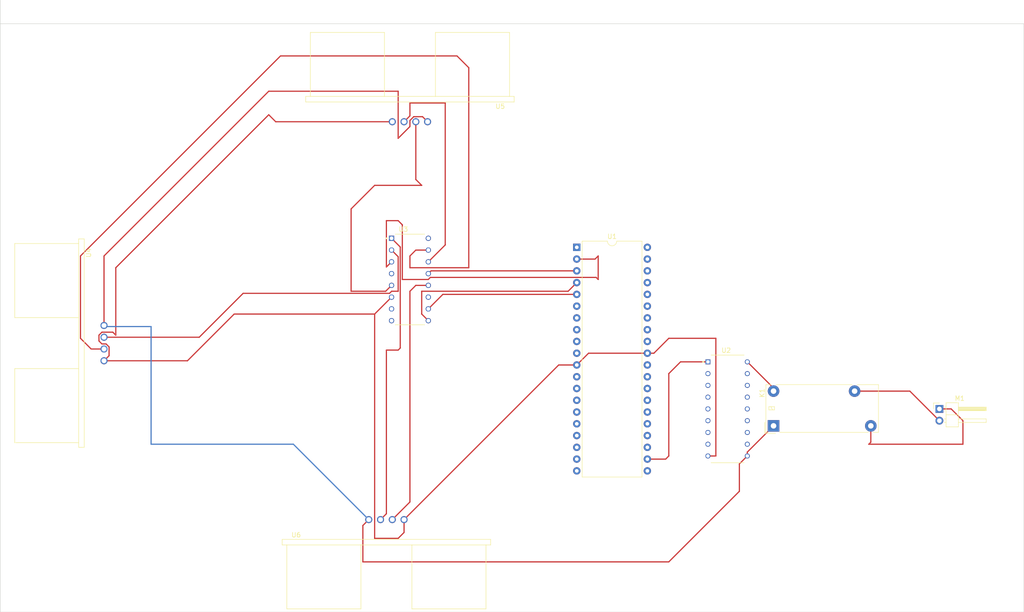
<source format=kicad_pcb>
(kicad_pcb (version 20211014) (generator pcbnew)
  (layers (0 "F.Cu" signal) (31 "B.Cu" signal) (34 "B.Paste" user) (35 "F.Paste" user) (36 "B.SilkS" user "B.Silkscreen") (37 "F.SilkS" user "F.Silkscreen") (38 "B.Mask" user) (39 "F.Mask" user) (44 "Edge.Cuts" user))
  (net 0 "")
  (net 1 "+12V")
  (net 2 "Net-(K1-Pad3)")
  (net 3 "AC")
  (net 4 "Net-(K1-Pad6)")
  (net 6 "Net-(U1-Pad2)")
  (net 7 "Net-(U1-Pad3)")
  (net 8 "Net-(U1-Pad4)")
  (net 9 "Net-(U1-Pad5)")
  (net 15 "Earth")
  (net 26 "Net-(U1-Pad22)")
  (net 58 "Net-(U3-Pad1)")
  (net 59 "Net-(U3-Pad2)")
  (net 61 "Net-(U3-Pad5)")
  (net 65 "Net-(U3-Pad12)")
  (net 66 "Net-(U3-Pad14)")
  (net 67 "Net-(U3-Pad15)")
  (footprint "HCSR:XCVR_HC-SR04" (layer "F.Cu") (at 126.545 49.09 180)
    (fp_text reference "U5" (at -19.48505 3.31671) (layer "F.SilkS") (effects (font (size 1.00052 1.00052))))
    (fp_text value "HC-SR04")
    (fp_line (start -5.5 5.47) (end -21.5 5.47) (layer "F.SilkS") (width 0.127))
    (fp_line (start 5.5 5.47) (end -5.5 5.47) (layer "F.SilkS") (width 0.127))
    (fp_line (start 21.5 5.47) (end 5.5 5.47) (layer "F.SilkS") (width 0.127))
    (fp_line (start -22.5 4.27) (end 22.5 4.27) (layer "F.SilkS") (width 0.127))
    (fp_line (start 22.5 4.27) (end 22.5 5.47) (layer "F.SilkS") (width 0.127))
    (fp_line (start 22.5 5.47) (end 21.5 5.47) (layer "F.SilkS") (width 0.127))
    (fp_line (start 5.5 19.27) (end 21.5 19.27) (layer "F.SilkS") (width 0.127))
    (fp_line (start 21.5 5.47) (end 21.5 19.27) (layer "F.SilkS") (width 0.127))
    (fp_line (start -22.5 5.47) (end -22.5 4.27) (layer "F.SilkS") (width 0.127))
    (fp_line (start -5.5 5.47) (end -5.5 19.27) (layer "F.SilkS") (width 0.127))
    (fp_line (start -21.5 19.27) (end -5.5 19.27) (layer "F.SilkS") (width 0.127))
    (fp_line (start -21.5 5.47) (end -22.5 5.47) (layer "F.SilkS") (width 0.127))
    (fp_line (start -21.5 5.47) (end -21.5 19.27) (layer "F.SilkS") (width 0.127))
    (fp_line (start 5.5 5.47) (end 5.5 19.27) (layer "F.SilkS") (width 0.127))
    (pad "1" thru_hole circle locked (at -3.81 0 180) (size 1.53 1.53) (drill 1.02) (layers *.Cu *.Mask) (net 1 "+12V"))
    (pad "2" thru_hole circle locked (at -1.27 0 180) (size 1.53 1.53) (drill 1.02) (layers *.Cu *.Mask) (net 61 "Net-(U3-Pad5)"))
    (pad "3" thru_hole circle locked (at 1.27 0 180) (size 1.53 1.53) (drill 1.02) (layers *.Cu *.Mask) (net 66 "Net-(U3-Pad14)"))
    (pad "4" thru_hole circle locked (at 3.81 0 180) (size 1.53 1.53) (drill 1.02) (layers *.Cu *.Mask) (net 15 "Earth"))
  )
  (footprint "ULN:DIP850W46P254L2324H393Q18" (layer "F.Cu") (at 195.125 111.085)
    (fp_text reference "U2" (at -0.31 -12.632) (layer "F.SilkS"))
    (fp_text value "ULN2803A")
    (fp_line (start -3.55 11.62) (end 3.55 11.62) (layer "F.SilkS") (width 0.127))
    (fp_line (start -3.55 -11.62) (end 3.55 -11.62) (layer "F.SilkS") (width 0.127))
    (fp_circle (center -5.285 -10.16) (end -5.185 -10.16) (layer "F.SilkS") (width 0.2) (fill none))
    (pad "1" thru_hole rect locked (at -4.25 -10.16) (size 1.07 1.07) (drill 0.72) (layers *.Cu *.Mask) (net 26 "Net-(U1-Pad22)"))
    (pad "2" thru_hole circle locked (at -4.25 -7.62) (size 1.07 1.07) (drill 0.72) (layers *.Cu *.Mask))
    (pad "3" thru_hole circle locked (at -4.25 -5.08) (size 1.07 1.07) (drill 0.72) (layers *.Cu *.Mask))
    (pad "4" thru_hole circle locked (at -4.25 -2.54) (size 1.07 1.07) (drill 0.72) (layers *.Cu *.Mask))
    (pad "5" thru_hole circle locked (at -4.25 0) (size 1.07 1.07) (drill 0.72) (layers *.Cu *.Mask))
    (pad "6" thru_hole circle locked (at -4.25 2.54) (size 1.07 1.07) (drill 0.72) (layers *.Cu *.Mask))
    (pad "7" thru_hole circle locked (at -4.25 5.08) (size 1.07 1.07) (drill 0.72) (layers *.Cu *.Mask))
    (pad "8" thru_hole circle locked (at -4.25 7.62) (size 1.07 1.07) (drill 0.72) (layers *.Cu *.Mask))
    (pad "9" thru_hole circle locked (at -4.25 10.16) (size 1.07 1.07) (drill 0.72) (layers *.Cu *.Mask) (net 15 "Earth"))
    (pad "10" thru_hole circle locked (at 4.25 10.16) (size 1.07 1.07) (drill 0.72) (layers *.Cu *.Mask) (net 1 "+12V"))
    (pad "11" thru_hole circle locked (at 4.25 7.62) (size 1.07 1.07) (drill 0.72) (layers *.Cu *.Mask))
    (pad "12" thru_hole circle locked (at 4.25 5.08) (size 1.07 1.07) (drill 0.72) (layers *.Cu *.Mask))
    (pad "13" thru_hole circle locked (at 4.25 2.54) (size 1.07 1.07) (drill 0.72) (layers *.Cu *.Mask))
    (pad "14" thru_hole circle locked (at 4.25 0) (size 1.07 1.07) (drill 0.72) (layers *.Cu *.Mask))
    (pad "15" thru_hole circle locked (at 4.25 -2.54) (size 1.07 1.07) (drill 0.72) (layers *.Cu *.Mask))
    (pad "16" thru_hole circle locked (at 4.25 -5.08) (size 1.07 1.07) (drill 0.72) (layers *.Cu *.Mask))
    (pad "17" thru_hole circle locked (at 4.25 -7.62) (size 1.07 1.07) (drill 0.72) (layers *.Cu *.Mask))
    (pad "18" thru_hole circle locked (at 4.25 -10.16) (size 1.07 1.07) (drill 0.72) (layers *.Cu *.Mask) (net 4 "Net-(K1-Pad6)"))
  )
  (footprint "Package_DIP:DIP-40_W15.24mm" (layer "F.Cu") (at 162.56 76.2)
    (fp_text reference "U1" (at 7.62 -2.33) (layer "F.SilkS"))
    (fp_text value "ATmega32L-8P")
    (fp_line (start 14.08 49.59) (end 14.08 -1.33) (layer "F.SilkS") (width 0.12))
    (fp_line (start 6.62 -1.33) (end 1.16 -1.33) (layer "F.SilkS") (width 0.12))
    (fp_line (start 1.16 49.59) (end 14.08 49.59) (layer "F.SilkS") (width 0.12))
    (fp_line (start 1.16 -1.33) (end 1.16 49.59) (layer "F.SilkS") (width 0.12))
    (fp_line (start 14.08 -1.33) (end 8.62 -1.33) (layer "F.SilkS") (width 0.12))
    (fp_arc (start 8.62 -1.33) (mid 7.62 -0.33) (end 6.62 -1.33) (layer "F.SilkS") (width 0.12))
    (pad "1" thru_hole rect (at 0 0) (size 1.6 1.6) (drill 0.8) (layers *.Cu *.Mask))
    (pad "2" thru_hole oval (at 0 2.54) (size 1.6 1.6) (drill 0.8) (layers *.Cu *.Mask) (net 6 "Net-(U1-Pad2)"))
    (pad "3" thru_hole oval (at 0 5.08) (size 1.6 1.6) (drill 0.8) (layers *.Cu *.Mask) (net 7 "Net-(U1-Pad3)"))
    (pad "4" thru_hole oval (at 0 7.62) (size 1.6 1.6) (drill 0.8) (layers *.Cu *.Mask) (net 8 "Net-(U1-Pad4)"))
    (pad "5" thru_hole oval (at 0 10.16) (size 1.6 1.6) (drill 0.8) (layers *.Cu *.Mask) (net 9 "Net-(U1-Pad5)"))
    (pad "6" thru_hole oval (at 0 12.7) (size 1.6 1.6) (drill 0.8) (layers *.Cu *.Mask))
    (pad "7" thru_hole oval (at 0 15.24) (size 1.6 1.6) (drill 0.8) (layers *.Cu *.Mask))
    (pad "8" thru_hole oval (at 0 17.78) (size 1.6 1.6) (drill 0.8) (layers *.Cu *.Mask))
    (pad "9" thru_hole oval (at 0 20.32) (size 1.6 1.6) (drill 0.8) (layers *.Cu *.Mask))
    (pad "10" thru_hole oval (at 0 22.86) (size 1.6 1.6) (drill 0.8) (layers *.Cu *.Mask))
    (pad "11" thru_hole oval (at 0 25.4) (size 1.6 1.6) (drill 0.8) (layers *.Cu *.Mask) (net 15 "Earth"))
    (pad "12" thru_hole oval (at 0 27.94) (size 1.6 1.6) (drill 0.8) (layers *.Cu *.Mask))
    (pad "13" thru_hole oval (at 0 30.48) (size 1.6 1.6) (drill 0.8) (layers *.Cu *.Mask))
    (pad "14" thru_hole oval (at 0 33.02) (size 1.6 1.6) (drill 0.8) (layers *.Cu *.Mask))
    (pad "15" thru_hole oval (at 0 35.56) (size 1.6 1.6) (drill 0.8) (layers *.Cu *.Mask))
    (pad "16" thru_hole oval (at 0 38.1) (size 1.6 1.6) (drill 0.8) (layers *.Cu *.Mask))
    (pad "17" thru_hole oval (at 0 40.64) (size 1.6 1.6) (drill 0.8) (layers *.Cu *.Mask))
    (pad "18" thru_hole oval (at 0 43.18) (size 1.6 1.6) (drill 0.8) (layers *.Cu *.Mask))
    (pad "19" thru_hole oval (at 0 45.72) (size 1.6 1.6) (drill 0.8) (layers *.Cu *.Mask))
    (pad "20" thru_hole oval (at 0 48.26) (size 1.6 1.6) (drill 0.8) (layers *.Cu *.Mask))
    (pad "21" thru_hole oval (at 15.24 48.26) (size 1.6 1.6) (drill 0.8) (layers *.Cu *.Mask))
    (pad "22" thru_hole oval (at 15.24 45.72) (size 1.6 1.6) (drill 0.8) (layers *.Cu *.Mask) (net 26 "Net-(U1-Pad22)"))
    (pad "23" thru_hole oval (at 15.24 43.18) (size 1.6 1.6) (drill 0.8) (layers *.Cu *.Mask))
    (pad "24" thru_hole oval (at 15.24 40.64) (size 1.6 1.6) (drill 0.8) (layers *.Cu *.Mask))
    (pad "25" thru_hole oval (at 15.24 38.1) (size 1.6 1.6) (drill 0.8) (layers *.Cu *.Mask))
    (pad "26" thru_hole oval (at 15.24 35.56) (size 1.6 1.6) (drill 0.8) (layers *.Cu *.Mask))
    (pad "27" thru_hole oval (at 15.24 33.02) (size 1.6 1.6) (drill 0.8) (layers *.Cu *.Mask))
    (pad "28" thru_hole oval (at 15.24 30.48) (size 1.6 1.6) (drill 0.8) (layers *.Cu *.Mask))
    (pad "29" thru_hole oval (at 15.24 27.94) (size 1.6 1.6) (drill 0.8) (layers *.Cu *.Mask))
    (pad "30" thru_hole oval (at 15.24 25.4) (size 1.6 1.6) (drill 0.8) (layers *.Cu *.Mask))
    (pad "31" thru_hole oval (at 15.24 22.86) (size 1.6 1.6) (drill 0.8) (layers *.Cu *.Mask) (net 15 "Earth"))
    (pad "32" thru_hole oval (at 15.24 20.32) (size 1.6 1.6) (drill 0.8) (layers *.Cu *.Mask))
    (pad "33" thru_hole oval (at 15.24 17.78) (size 1.6 1.6) (drill 0.8) (layers *.Cu *.Mask))
    (pad "34" thru_hole oval (at 15.24 15.24) (size 1.6 1.6) (drill 0.8) (layers *.Cu *.Mask))
    (pad "35" thru_hole oval (at 15.24 12.7) (size 1.6 1.6) (drill 0.8) (layers *.Cu *.Mask))
    (pad "36" thru_hole oval (at 15.24 10.16) (size 1.6 1.6) (drill 0.8) (layers *.Cu *.Mask))
    (pad "37" thru_hole oval (at 15.24 7.62) (size 1.6 1.6) (drill 0.8) (layers *.Cu *.Mask))
    (pad "38" thru_hole oval (at 15.24 5.08) (size 1.6 1.6) (drill 0.8) (layers *.Cu *.Mask))
    (pad "39" thru_hole oval (at 15.24 2.54) (size 1.6 1.6) (drill 0.8) (layers *.Cu *.Mask))
    (pad "40" thru_hole oval (at 15.24 0) (size 1.6 1.6) (drill 0.8) (layers *.Cu *.Mask))
  )
  (footprint "Relay_THT:Relay_1P1T_NO_10x24x18.8mm_Panasonic_ADW11xxxxW_THT" (layer "F.Cu") (at 205.0375 114.7425 90)
    (fp_text reference "K1" (at 7.08 -2.46 90) (layer "F.SilkS"))
    (fp_text value "ADW11")
    (fp_line (start -1.4 -1.65) (end -1.4 -1.31) (layer "F.SilkS") (width 0.12))
    (fp_line (start -1.65 -1.9) (end 0.75 -1.9) (layer "F.SilkS") (width 0.12))
    (fp_line (start -1.4 22.65) (end -1.4 21.51) (layer "F.SilkS") (width 0.12))
    (fp_line (start -1.4 1.31) (end -1.4 20.49) (layer "F.SilkS") (width 0.12))
    (fp_line (start 8.9 -1.65) (end 8.9 -0.51) (layer "F.SilkS") (width 0.12))
    (fp_line (start 8.89 18.05) (end 8.9 22.65) (layer "F.SilkS") (width 0.12))
    (fp_line (start 3.45 -0.2) (end 4.15 -0.6) (layer "F.SilkS") (width 0.12))
    (fp_line (start 4.15 0.2) (end 4.15 -1) (layer "F.SilkS") (width 0.12))
    (fp_line (start 8.9 22.65) (end -1.4 22.65) (layer "F.SilkS") (width 0.12))
    (fp_line (start 8.9 -1.65) (end -1.4 -1.65) (layer "F.SilkS") (width 0.12))
    (fp_line (start 3.45 0.2) (end 4.15 0.2) (layer "F.SilkS") (width 0.12))
    (fp_line (start -1.65 0.44) (end -1.65 -1.9) (layer "F.SilkS") (width 0.12))
    (fp_line (start 8.9 0.51) (end 8.9 16.99) (layer "F.SilkS") (width 0.12))
    (fp_line (start 4.15 -1) (end 3.45 -1) (layer "F.SilkS") (width 0.12))
    (fp_line (start 3.45 -1) (end 3.45 0.2) (layer "F.SilkS") (width 0.12))
    (pad "1" thru_hole rect (at 0 0 90) (size 2.5 2.5) (drill 1.2) (layers *.Cu *.Mask) (net 1 "+12V"))
    (pad "3" thru_hole oval (at 0 21 90) (size 2.5 2.5) (drill 1.2) (layers *.Cu *.Mask) (net 2 "Net-(K1-Pad3)"))
    (pad "5" thru_hole oval (at 7.5 17.5 90) (size 2.5 2.5) (drill 1.2) (layers *.Cu *.Mask) (net 3 "AC"))
    (pad "6" thru_hole oval (at 7.5 0 90) (size 2.5 2.5) (drill 1.2) (layers *.Cu *.Mask) (net 4 "Net-(K1-Pad6)"))
  )
  (footprint "HCSR:XCVR_HC-SR04" (layer "F.Cu") (at 121.465 134.98)
    (fp_text reference "U6" (at -19.48505 3.31671) (layer "F.SilkS") (effects (font (size 1.00052 1.00052))))
    (fp_text value "HC-SR04")
    (fp_line (start 5.5 5.47) (end 5.5 19.27) (layer "F.SilkS") (width 0.127))
    (fp_line (start -21.5 5.47) (end -21.5 19.27) (layer "F.SilkS") (width 0.127))
    (fp_line (start 5.5 5.47) (end -5.5 5.47) (layer "F.SilkS") (width 0.127))
    (fp_line (start -5.5 5.47) (end -5.5 19.27) (layer "F.SilkS") (width 0.127))
    (fp_line (start 21.5 5.47) (end 21.5 19.27) (layer "F.SilkS") (width 0.127))
    (fp_line (start -21.5 5.47) (end -22.5 5.47) (layer "F.SilkS") (width 0.127))
    (fp_line (start -22.5 5.47) (end -22.5 4.27) (layer "F.SilkS") (width 0.127))
    (fp_line (start 5.5 19.27) (end 21.5 19.27) (layer "F.SilkS") (width 0.127))
    (fp_line (start -5.5 5.47) (end -21.5 5.47) (layer "F.SilkS") (width 0.127))
    (fp_line (start -21.5 19.27) (end -5.5 19.27) (layer "F.SilkS") (width 0.127))
    (fp_line (start 22.5 5.47) (end 21.5 5.47) (layer "F.SilkS") (width 0.127))
    (fp_line (start 22.5 4.27) (end 22.5 5.47) (layer "F.SilkS") (width 0.127))
    (fp_line (start 21.5 5.47) (end 5.5 5.47) (layer "F.SilkS") (width 0.127))
    (fp_line (start -22.5 4.27) (end 22.5 4.27) (layer "F.SilkS") (width 0.127))
    (pad "1" thru_hole circle locked (at -3.81 0) (size 1.53 1.53) (drill 1.02) (layers *.Cu *.Mask) (net 1 "+12V"))
    (pad "2" thru_hole circle locked (at -1.27 0) (size 1.53 1.53) (drill 1.02) (layers *.Cu *.Mask) (net 58 "Net-(U3-Pad1)"))
    (pad "3" thru_hole circle locked (at 1.27 0) (size 1.53 1.53) (drill 1.02) (layers *.Cu *.Mask) (net 65 "Net-(U3-Pad12)"))
    (pad "4" thru_hole circle locked (at 3.81 0) (size 1.53 1.53) (drill 1.02) (layers *.Cu *.Mask) (net 15 "Earth"))
  )
  (footprint "4052:DIP794W45P254L1969H508Q16" (layer "F.Cu") (at 126.545 83.145)
    (fp_text reference "U3" (at -1.425 -10.835) (layer "F.SilkS"))
    (fp_text value "CD4052B")
    (fp_line (start -3.175 9.775) (end 3.175 9.775) (layer "F.SilkS") (width 0.127))
    (fp_line (start -3.175 -9.775) (end 3.175 -9.775) (layer "F.SilkS") (width 0.127))
    (fp_circle (center -5.035 -8.89) (end -4.935 -8.89) (layer "F.SilkS") (width 0.2) (fill none))
    (pad "1" thru_hole rect locked (at -3.97 -8.89) (size 1.13 1.13) (drill 0.78) (layers *.Cu *.Mask) (net 58 "Net-(U3-Pad1)"))
    (pad "2" thru_hole circle locked (at -3.97 -6.35) (size 1.13 1.13) (drill 0.78) (layers *.Cu *.Mask) (net 59 "Net-(U3-Pad2)"))
    (pad "3" thru_hole circle locked (at -3.97 -3.81) (size 1.13 1.13) (drill 0.78) (layers *.Cu *.Mask) (net 6 "Net-(U1-Pad2)"))
    (pad "4" thru_hole circle locked (at -3.97 -1.27) (size 1.13 1.13) (drill 0.78) (layers *.Cu *.Mask))
    (pad "5" thru_hole circle locked (at -3.97 1.27) (size 1.13 1.13) (drill 0.78) (layers *.Cu *.Mask) (net 61 "Net-(U3-Pad5)"))
    (pad "6" thru_hole circle locked (at -3.97 3.81) (size 1.13 1.13) (drill 0.78) (layers *.Cu *.Mask) (net 15 "Earth"))
    (pad "7" thru_hole circle locked (at -3.97 6.35) (size 1.13 1.13) (drill 0.78) (layers *.Cu *.Mask))
    (pad "8" thru_hole circle locked (at -3.97 8.89) (size 1.13 1.13) (drill 0.78) (layers *.Cu *.Mask))
    (pad "9" thru_hole circle locked (at 3.97 8.89) (size 1.13 1.13) (drill 0.78) (layers *.Cu *.Mask) (net 8 "Net-(U1-Pad4)"))
    (pad "10" thru_hole circle locked (at 3.97 6.35) (size 1.13 1.13) (drill 0.78) (layers *.Cu *.Mask) (net 9 "Net-(U1-Pad5)"))
    (pad "11" thru_hole circle locked (at 3.97 3.81) (size 1.13 1.13) (drill 0.78) (layers *.Cu *.Mask))
    (pad "12" thru_hole circle locked (at 3.97 1.27) (size 1.13 1.13) (drill 0.78) (layers *.Cu *.Mask) (net 65 "Net-(U3-Pad12)"))
    (pad "13" thru_hole circle locked (at 3.97 -1.27) (size 1.13 1.13) (drill 0.78) (layers *.Cu *.Mask) (net 7 "Net-(U1-Pad3)"))
    (pad "14" thru_hole circle locked (at 3.97 -3.81) (size 1.13 1.13) (drill 0.78) (layers *.Cu *.Mask) (net 66 "Net-(U3-Pad14)"))
    (pad "15" thru_hole circle locked (at 3.97 -6.35) (size 1.13 1.13) (drill 0.78) (layers *.Cu *.Mask) (net 67 "Net-(U3-Pad15)"))
    (pad "16" thru_hole circle locked (at 3.97 -8.89) (size 1.13 1.13) (drill 0.78) (layers *.Cu *.Mask))
  )
  (footprint "HCSR:XCVR_HC-SR04" (layer "F.Cu") (at 60.505 96.88 -90)
    (fp_text reference "U4" (at -19.48505 3.31671 90) (layer "F.SilkS") (effects (font (size 1.00052 1.00052))))
    (fp_text value "HC-SR04")
    (fp_line (start 22.5 5.47) (end 21.5 5.47) (layer "F.SilkS") (width 0.127))
    (fp_line (start -22.5 5.47) (end -22.5 4.27) (layer "F.SilkS") (width 0.127))
    (fp_line (start 21.5 5.47) (end 5.5 5.47) (layer "F.SilkS") (width 0.127))
    (fp_line (start -5.5 5.47) (end -5.5 19.27) (layer "F.SilkS") (width 0.127))
    (fp_line (start -21.5 5.47) (end -22.5 5.47) (layer "F.SilkS") (width 0.127))
    (fp_line (start -21.5 19.27) (end -5.5 19.27) (layer "F.SilkS") (width 0.127))
    (fp_line (start 5.5 19.27) (end 21.5 19.27) (layer "F.SilkS") (width 0.127))
    (fp_line (start 5.5 5.47) (end -5.5 5.47) (layer "F.SilkS") (width 0.127))
    (fp_line (start 5.5 5.47) (end 5.5 19.27) (layer "F.SilkS") (width 0.127))
    (fp_line (start -21.5 5.47) (end -21.5 19.27) (layer "F.SilkS") (width 0.127))
    (fp_line (start -22.5 4.27) (end 22.5 4.27) (layer "F.SilkS") (width 0.127))
    (fp_line (start -5.5 5.47) (end -21.5 5.47) (layer "F.SilkS") (width 0.127))
    (fp_line (start 22.5 4.27) (end 22.5 5.47) (layer "F.SilkS") (width 0.127))
    (fp_line (start 21.5 5.47) (end 21.5 19.27) (layer "F.SilkS") (width 0.127))
    (pad "1" thru_hole circle locked (at -3.81 0 270) (size 1.53 1.53) (drill 1.02) (layers *.Cu *.Mask) (net 1 "+12V"))
    (pad "2" thru_hole circle locked (at -1.27 0 270) (size 1.53 1.53) (drill 1.02) (layers *.Cu *.Mask) (net 59 "Net-(U3-Pad2)"))
    (pad "3" thru_hole circle locked (at 1.27 0 270) (size 1.53 1.53) (drill 1.02) (layers *.Cu *.Mask) (net 67 "Net-(U3-Pad15)"))
    (pad "4" thru_hole circle locked (at 3.81 0 270) (size 1.53 1.53) (drill 1.02) (layers *.Cu *.Mask) (net 15 "Earth"))
  )
  (footprint "Connector_PinHeader_2.54mm:PinHeader_1x02_P2.54mm_Horizontal" (layer "F.Cu") (at 240.845 111.085)
    (fp_text reference "M1" (at 4.385 -2.27) (layer "F.SilkS"))
    (fp_text value "Motor_AC")
    (fp_line (start 4.1 -0.32) (end 10.1 -0.32) (layer "F.SilkS") (width 0.12))
    (fp_line (start 4.1 3.87) (end 4.1 -1.33) (layer "F.SilkS") (width 0.12))
    (fp_line (start 1.11 -0.38) (end 1.44 -0.38) (layer "F.SilkS") (width 0.12))
    (fp_line (start 4.1 -0.2) (end 10.1 -0.2) (layer "F.SilkS") (width 0.12))
    (fp_line (start 4.1 -0.38) (end 10.1 -0.38) (layer "F.SilkS") (width 0.12))
    (fp_line (start 4.1 -1.33) (end 1.44 -1.33) (layer "F.SilkS") (width 0.12))
    (fp_line (start -1.27 -1.27) (end 0 -1.27) (layer "F.SilkS") (width 0.12))
    (fp_line (start 4.1 2.16) (end 10.1 2.16) (layer "F.SilkS") (width 0.12))
    (fp_line (start 10.1 -0.38) (end 10.1 0.38) (layer "F.SilkS") (width 0.12))
    (fp_line (start 10.1 2.16) (end 10.1 2.92) (layer "F.SilkS") (width 0.12))
    (fp_line (start 10.1 0.38) (end 4.1 0.38) (layer "F.SilkS") (width 0.12))
    (fp_line (start 1.44 1.27) (end 4.1 1.27) (layer "F.SilkS") (width 0.12))
    (fp_line (start 4.1 0.28) (end 10.1 0.28) (layer "F.SilkS") (width 0.12))
    (fp_line (start 1.042929 2.16) (end 1.44 2.16) (layer "F.SilkS") (width 0.12))
    (fp_line (start 10.1 2.92) (end 4.1 2.92) (layer "F.SilkS") (width 0.12))
    (fp_line (start 1.11 0.38) (end 1.44 0.38) (layer "F.SilkS") (width 0.12))
    (fp_line (start 4.1 -0.08) (end 10.1 -0.08) (layer "F.SilkS") (width 0.12))
    (fp_line (start 1.44 -1.33) (end 1.44 3.87) (layer "F.SilkS") (width 0.12))
    (fp_line (start -1.27 0) (end -1.27 -1.27) (layer "F.SilkS") (width 0.12))
    (fp_line (start 4.1 0.04) (end 10.1 0.04) (layer "F.SilkS") (width 0.12))
    (fp_line (start 1.44 3.87) (end 4.1 3.87) (layer "F.SilkS") (width 0.12))
    (fp_line (start 1.042929 2.92) (end 1.44 2.92) (layer "F.SilkS") (width 0.12))
    (fp_line (start 4.1 0.16) (end 10.1 0.16) (layer "F.SilkS") (width 0.12))
    (pad "1" thru_hole rect (at 0 0) (size 1.7 1.7) (drill 1) (layers *.Cu *.Mask) (net 2 "Net-(K1-Pad3)"))
    (pad "2" thru_hole oval (at 0 2.54) (size 1.7 1.7) (drill 1) (layers *.Cu *.Mask) (net 3 "AC"))
  )
  (gr_line (start 38.1 154.94) (end 259.08 154.94) (layer "Edge.Cuts") (width 0.1))
  (gr_line (start 259.08 154.94) (end 259.08 27.94) (layer "Edge.Cuts") (width 0.1))
  (gr_line (start 259.08 27.94) (end 38.1 27.94) (layer "Edge.Cuts") (width 0.1))
  (gr_line (start 38.1 22.86) (end 38.1 154.94) (layer "Edge.Cuts") (width 0.1))
  (segment (start 182.425 144.105) (end 116.385 144.105) (width 0.25) (layer "F.Cu") (net 1))
  (segment (start 197.665 128.865) (end 182.425 144.105) (width 0.25) (layer "F.Cu") (net 1))
  (segment (start 129.265489 48.000489) (end 127.363709 48.000489) (width 0.25) (layer "F.Cu") (net 1))
  (segment (start 199.375 121.245) (end 197.665 122.955) (width 0.25) (layer "F.Cu") (net 1))
  (segment (start 197.665 122.955) (end 197.665 128.865) (width 0.25) (layer "F.Cu") (net 1))
  (segment (start 127.363709 48.000489) (end 126.545 48.819198) (width 0.25) (layer "F.Cu") (net 1))
  (segment (start 199.375 120.405) (end 199.375 121.245) (width 0.25) (layer "F.Cu") (net 1))
  (segment (start 126.545 50.125) (end 124.005 52.665) (width 0.25) (layer "F.Cu") (net 1))
  (segment (start 130.355 49.09) (end 129.265489 48.000489) (width 0.25) (layer "F.Cu") (net 1))
  (segment (start 116.385 144.105) (end 116.385 136.25) (width 0.25) (layer "F.Cu") (net 1))
  (segment (start 124.005 42.505) (end 124.005 52.665) (width 0.25) (layer "F.Cu") (net 1))
  (segment (start 60.505 78.065) (end 96.065 42.505) (width 0.25) (layer "F.Cu") (net 1))
  (segment (start 205.0375 114.7425) (end 199.375 120.405) (width 0.25) (layer "F.Cu") (net 1))
  (segment (start 96.065 42.505) (end 124.005 42.505) (width 0.25) (layer "F.Cu") (net 1))
  (segment (start 116.385 136.25) (end 117.655 134.98) (width 0.25) (layer "F.Cu") (net 1))
  (segment (start 60.505 93.07) (end 60.505 78.065) (width 0.25) (layer "F.Cu") (net 1))
  (segment (start 126.545 48.819198) (end 126.545 50.125) (width 0.25) (layer "F.Cu") (net 1))
  (segment (start 60.505 93.305) (end 60.505 93.07) (width 0.25) (layer "B.Cu") (net 1))
  (segment (start 117.655 134.98) (end 101.38 118.705) (width 0.25) (layer "B.Cu") (net 1))
  (segment (start 101.38 118.705) (end 70.665 118.705) (width 0.25) (layer "B.Cu") (net 1))
  (segment (start 70.665 93.305) (end 60.505 93.305) (width 0.25) (layer "B.Cu") (net 1))
  (segment (start 70.665 118.705) (end 70.665 93.305) (width 0.25) (layer "B.Cu") (net 1))
  (segment (start 225.605 118.705) (end 245.925 118.705) (width 0.25) (layer "F.Cu") (net 2))
  (segment (start 226.0375 114.7425) (end 226.0375 118.2725) (width 0.25) (layer "F.Cu") (net 2))
  (segment (start 245.925 113.625) (end 243.385 111.085) (width 0.25) (layer "F.Cu") (net 2))
  (segment (start 245.925 118.705) (end 245.925 113.625) (width 0.25) (layer "F.Cu") (net 2))
  (segment (start 226.0375 118.2725) (end 225.605 118.705) (width 0.25) (layer "F.Cu") (net 2))
  (segment (start 243.385 111.085) (end 240.845 111.085) (width 0.25) (layer "F.Cu") (net 2))
  (segment (start 240.845 113.625) (end 234.4625 107.2425) (width 0.25) (layer "F.Cu") (net 3))
  (segment (start 234.4625 107.2425) (end 222.5375 107.2425) (width 0.25) (layer "F.Cu") (net 3))
  (segment (start 199.375 100.925) (end 205.0375 106.5875) (width 0.25) (layer "F.Cu") (net 4))
  (segment (start 205.0375 106.5875) (end 205.0375 107.2425) (width 0.25) (layer "F.Cu") (net 4))
  (segment (start 121.465 70.445) (end 121.465 80.445) (width 0.25) (layer "F.Cu") (net 6))
  (segment (start 124.90404 83.145) (end 124.90404 71.34404) (width 0.25) (layer "F.Cu") (net 6))
  (segment (start 162.56 78.74) (end 166.51 78.74) (width 0.25) (layer "F.Cu") (net 6))
  (segment (start 167.185 78.065) (end 167.185 83.145) (width 0.25) (layer "F.Cu") (net 6))
  (segment (start 166.51 78.74) (end 167.185 78.065) (width 0.25) (layer "F.Cu") (net 6))
  (segment (start 124.005 70.445) (end 121.465 70.445) (width 0.25) (layer "F.Cu") (net 6))
  (segment (start 121.465 80.445) (end 122.575 79.335) (width 0.25) (layer "F.Cu") (net 6))
  (segment (start 130.50296 83.145) (end 124.90404 83.145) (width 0.25) (layer "F.Cu") (net 6))
  (segment (start 124.90404 71.34404) (end 124.005 70.445) (width 0.25) (layer "F.Cu") (net 6))
  (segment (start 130.952471 82.695489) (end 130.50296 83.145) (width 0.25) (layer "F.Cu") (net 6))
  (segment (start 166.735489 82.695489) (end 130.952471 82.695489) (width 0.25) (layer "F.Cu") (net 6))
  (segment (start 167.185 83.145) (end 166.735489 82.695489) (width 0.25) (layer "F.Cu") (net 6))
  (segment (start 131.11 81.28) (end 130.515 81.875) (width 0.25) (layer "F.Cu") (net 7))
  (segment (start 162.56 81.28) (end 131.11 81.28) (width 0.25) (layer "F.Cu") (net 7))
  (segment (start 160.695 85.685) (end 129.085 85.685) (width 0.25) (layer "F.Cu") (net 8))
  (segment (start 129.085 85.685) (end 129.085 90.605) (width 0.25) (layer "F.Cu") (net 8))
  (segment (start 162.56 83.82) (end 160.695 85.685) (width 0.25) (layer "F.Cu") (net 8))
  (segment (start 129.085 90.605) (end 130.515 92.035) (width 0.25) (layer "F.Cu") (net 8))
  (segment (start 133.65 86.36) (end 130.515 89.495) (width 0.25) (layer "F.Cu") (net 9))
  (segment (start 162.56 86.36) (end 133.65 86.36) (width 0.25) (layer "F.Cu") (net 9))
  (segment (start 122.735 49.09) (end 97.57 49.09) (width 0.25) (layer "F.Cu") (net 15))
  (segment (start 182.425 95.845) (end 179.21 99.06) (width 0.25) (layer "F.Cu") (net 15))
  (segment (start 59.415489 96.422269) (end 60.053709 97.060489) (width 0.25) (layer "F.Cu") (net 15))
  (segment (start 179.21 99.06) (end 177.8 99.06) (width 0.25) (layer "F.Cu") (net 15))
  (segment (start 78.52 100.69) (end 60.505 100.69) (width 0.25) (layer "F.Cu") (net 15))
  (segment (start 192.585 121.245) (end 192.585 95.845) (width 0.25) (layer "F.Cu") (net 15))
  (segment (start 62.405009 94.520489) (end 60.053709 94.520489) (width 0.25) (layer "F.Cu") (net 15))
  (segment (start 88.605 90.605) (end 78.52 100.69) (width 0.25) (layer "F.Cu") (net 15))
  (segment (start 165.1 99.06) (end 162.56 101.6) (width 0.25) (layer "F.Cu") (net 15))
  (segment (start 158.655 101.6) (end 125.275 134.98) (width 0.25) (layer "F.Cu") (net 15))
  (segment (start 118.925 139.025) (end 118.925 90.605) (width 0.25) (layer "F.Cu") (net 15))
  (segment (start 60.053709 97.060489) (end 60.956291 97.060489) (width 0.25) (layer "F.Cu") (net 15))
  (segment (start 162.56 101.6) (end 158.655 101.6) (width 0.25) (layer "F.Cu") (net 15))
  (segment (start 97.57 49.09) (end 96.065 47.585) (width 0.25) (layer "F.Cu") (net 15))
  (segment (start 59.415489 95.158709) (end 59.415489 96.422269) (width 0.25) (layer "F.Cu") (net 15))
  (segment (start 60.956291 97.060489) (end 61.594511 97.698709) (width 0.25) (layer "F.Cu") (net 15))
  (segment (start 63.045 80.605) (end 63.045 95.16048) (width 0.25) (layer "F.Cu") (net 15))
  (segment (start 61.594511 99.600489) (end 60.505 100.69) (width 0.25) (layer "F.Cu") (net 15))
  (segment (start 118.925 90.605) (end 122.575 86.955) (width 0.25) (layer "F.Cu") (net 15))
  (segment (start 63.045 95.16048) (end 62.405009 94.520489) (width 0.25) (layer "F.Cu") (net 15))
  (segment (start 190.875 121.245) (end 192.585 121.245) (width 0.25) (layer "F.Cu") (net 15))
  (segment (start 192.585 95.845) (end 182.425 95.845) (width 0.25) (layer "F.Cu") (net 15))
  (segment (start 124.005 139.025) (end 118.925 139.025) (width 0.25) (layer "F.Cu") (net 15))
  (segment (start 177.8 99.06) (end 165.1 99.06) (width 0.25) (layer "F.Cu") (net 15))
  (segment (start 118.925 90.605) (end 88.605 90.605) (width 0.25) (layer "F.Cu") (net 15))
  (segment (start 125.275 137.755) (end 124.005 139.025) (width 0.25) (layer "F.Cu") (net 15))
  (segment (start 96.065 47.585) (end 63.045 80.605) (width 0.25) (layer "F.Cu") (net 15))
  (segment (start 60.053709 94.520489) (end 59.415489 95.158709) (width 0.25) (layer "F.Cu") (net 15))
  (segment (start 61.594511 97.698709) (end 61.594511 99.600489) (width 0.25) (layer "F.Cu") (net 15))
  (segment (start 125.275 134.98) (end 125.275 137.755) (width 0.25) (layer "F.Cu") (net 15))
  (segment (start 184.965 100.925) (end 182.425 103.465) (width 0.25) (layer "F.Cu") (net 26))
  (segment (start 190.875 100.925) (end 184.965 100.925) (width 0.25) (layer "F.Cu") (net 26))
  (segment (start 181.75 121.92) (end 177.8 121.92) (width 0.25) (layer "F.Cu") (net 26))
  (segment (start 182.425 103.465) (end 182.425 121.245) (width 0.25) (layer "F.Cu") (net 26))
  (segment (start 182.425 121.245) (end 181.75 121.92) (width 0.25) (layer "F.Cu") (net 26))
  (segment (start 121.465 98.385) (end 124.005 98.385) (width 0.25) (layer "F.Cu") (net 58))
  (segment (start 124.005 98.385) (end 124.45452 97.93548) (width 0.25) (layer "F.Cu") (net 58))
  (segment (start 124.45452 76.13452) (end 122.575 74.255) (width 0.25) (layer "F.Cu") (net 58))
  (segment (start 124.45452 97.93548) (end 124.45452 76.13452) (width 0.25) (layer "F.Cu") (net 58))
  (segment (start 120.195 134.98) (end 121.465 133.71) (width 0.25) (layer "F.Cu") (net 58))
  (segment (start 121.465 133.71) (end 121.465 98.385) (width 0.25) (layer "F.Cu") (net 58))
  (segment (start 60.505 95.61) (end 81.06 95.61) (width 0.25) (layer "F.Cu") (net 59))
  (segment (start 124.005 85.685) (end 124.005 78.225) (width 0.25) (layer "F.Cu") (net 59))
  (segment (start 90.53548 86.13452) (end 122.13752 86.13452) (width 0.25) (layer "F.Cu") (net 59))
  (segment (start 81.06 95.61) (end 90.53548 86.13452) (width 0.25) (layer "F.Cu") (net 59))
  (segment (start 122.13752 86.13452) (end 122.58704 85.685) (width 0.25) (layer "F.Cu") (net 59))
  (segment (start 124.005 78.225) (end 122.575 76.795) (width 0.25) (layer "F.Cu") (net 59))
  (segment (start 122.58704 85.685) (end 124.005 85.685) (width 0.25) (layer "F.Cu") (net 59))
  (segment (start 129.085 62.825) (end 118.925 62.825) (width 0.25) (layer "F.Cu") (net 61))
  (segment (start 127.815 61.555) (end 129.085 62.825) (width 0.25) (layer "F.Cu") (net 61))
  (segment (start 127.815 49.09) (end 127.815 61.555) (width 0.25) (layer "F.Cu") (net 61))
  (segment (start 121.305 85.685) (end 122.575 84.415) (width 0.25) (layer "F.Cu") (net 61))
  (segment (start 118.925 62.825) (end 113.845 67.905) (width 0.25) (layer "F.Cu") (net 61))
  (segment (start 113.845 67.905) (end 113.845 85.685) (width 0.25) (layer "F.Cu") (net 61))
  (segment (start 113.845 85.685) (end 121.305 85.685) (width 0.25) (layer "F.Cu") (net 61))
  (segment (start 122.735 134.98) (end 126.545 131.17) (width 0.25) (layer "F.Cu") (net 65))
  (segment (start 127.815 84.415) (end 130.515 84.415) (width 0.25) (layer "F.Cu") (net 65))
  (segment (start 126.545 85.685) (end 127.815 84.415) (width 0.25) (layer "F.Cu") (net 65))
  (segment (start 126.545 131.17) (end 126.545 85.685) (width 0.25) (layer "F.Cu") (net 65))
  (segment (start 134.165 75.685) (end 130.515 79.335) (width 0.25) (layer "F.Cu") (net 66))
  (segment (start 125.275 49.09) (end 126.545 47.82) (width 0.25) (layer "F.Cu") (net 66))
  (segment (start 126.545 47.82) (end 126.545 45.045) (width 0.25) (layer "F.Cu") (net 66))
  (segment (start 126.545 45.045) (end 134.165 45.045) (width 0.25) (layer "F.Cu") (net 66))
  (segment (start 134.165 45.045) (end 134.165 75.685) (width 0.25) (layer "F.Cu") (net 66))
  (segment (start 139.245 80.605) (end 126.545 80.605) (width 0.25) (layer "F.Cu") (net 67))
  (segment (start 126.545 80.605) (end 126.545 78.065) (width 0.25) (layer "F.Cu") (net 67))
  (segment (start 55.425 95.845) (end 55.425 78.065) (width 0.25) (layer "F.Cu") (net 67))
  (segment (start 139.245 37.425) (end 139.245 80.605) (width 0.25) (layer "F.Cu") (net 67))
  (segment (start 98.605 34.885) (end 136.705 34.885) (width 0.25) (layer "F.Cu") (net 67))
  (segment (start 55.425 78.065) (end 98.605 34.885) (width 0.25) (layer "F.Cu") (net 67))
  (segment (start 127.815 76.795) (end 130.515 76.795) (width 0.25) (layer "F.Cu") (net 67))
  (segment (start 126.545 78.065) (end 127.815 76.795) (width 0.25) (layer "F.Cu") (net 67))
  (segment (start 60.505 98.15) (end 57.73 98.15) (width 0.25) (layer "F.Cu") (net 67))
  (segment (start 57.73 98.15) (end 55.425 95.845) (width 0.25) (layer "F.Cu") (net 67))
  (segment (start 136.705 34.885) (end 139.245 37.425) (width 0.25) (layer "F.Cu") (net 67))
)
</source>
